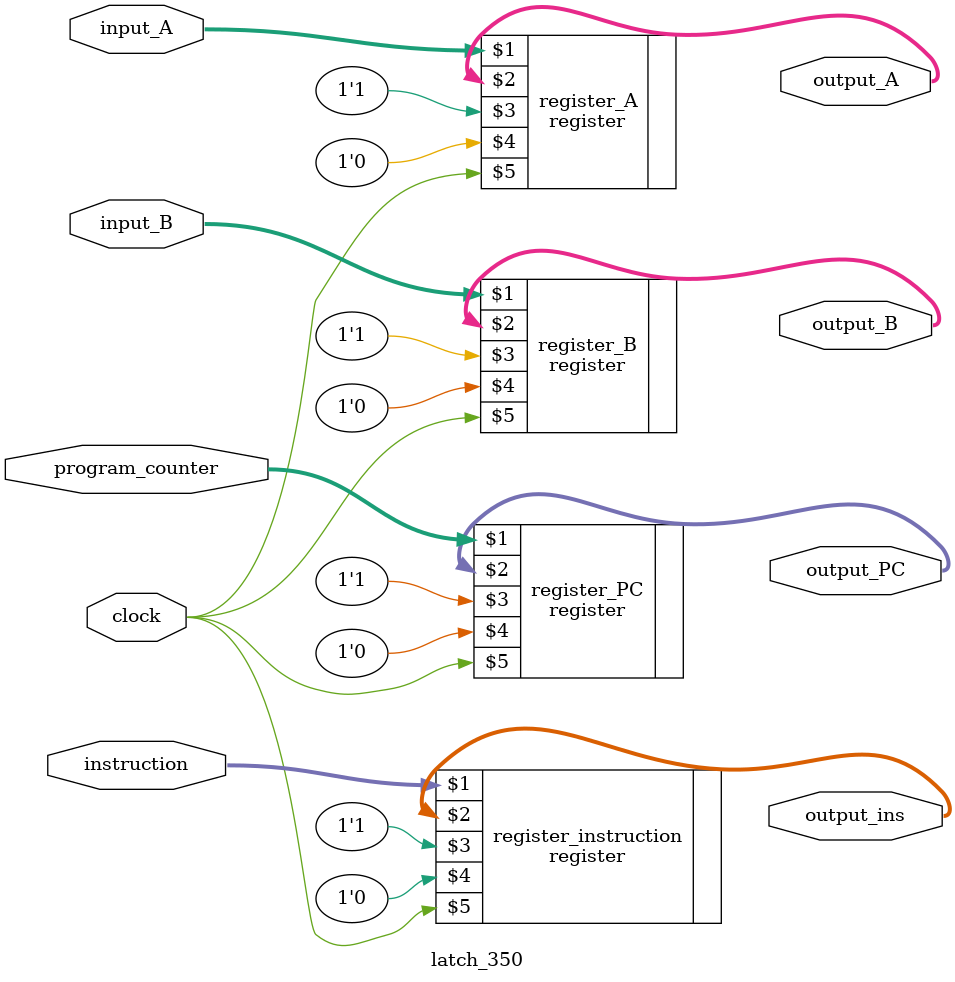
<source format=v>
module latch_350(input_A,input_B,program_counter,instruction,clock,output_A,output_B,output_PC,output_ins);
	input[31:0] input_A,input_B,program_counter,instruction;
	input clock;
	output[31:0] output_A,output_B,output_PC,output_ins;
	
	/**
	This is the latch, it takes in 2 inputs and a program counter and the instruction and puts it in a register.
	The register always has to have write_enable to be high and reset to be low since the latch just passe the value.
	
	This latch can be used for all the stages, assert 0 for when it is not in use.
	**/
	
	
	register register_A(input_A,output_A,1'b1,1'b0,clock);
	register register_B(input_B,output_B,1'b1,1'b0,clock);
	register register_PC(program_counter,output_PC,1'b1,1'b0,clock); //always return the lower 12 bits for this project
	register register_instruction(instruction,output_ins,1'b1,1'b0,clock);
endmodule
</source>
